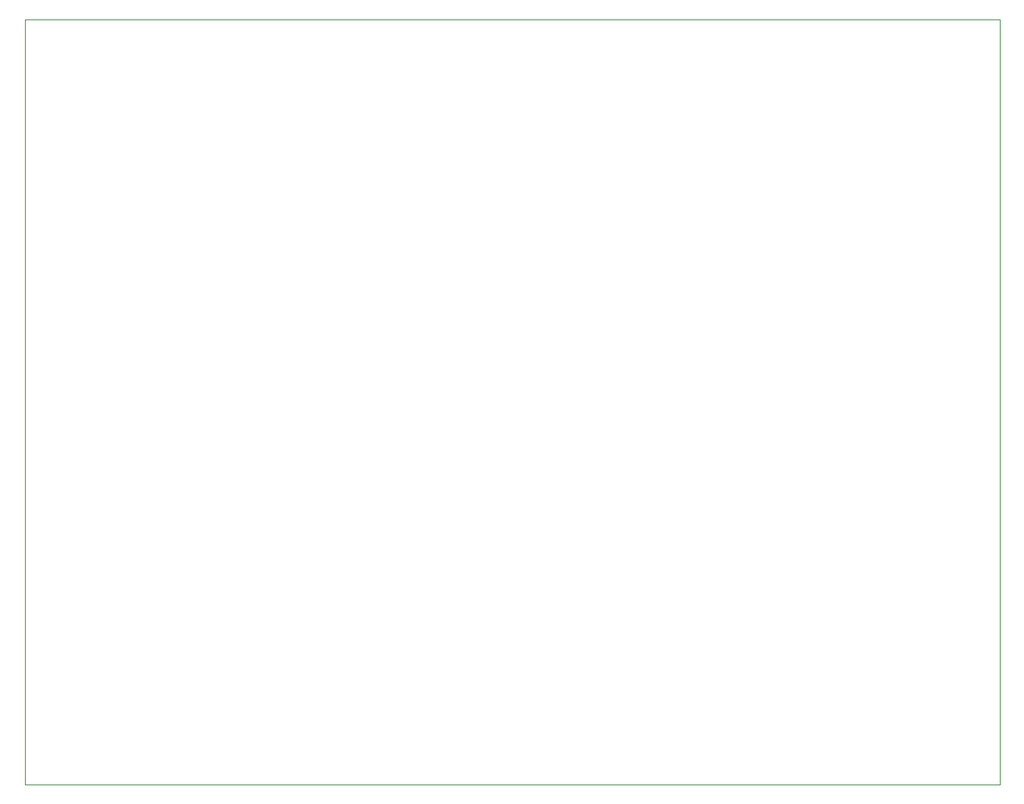
<source format=gbr>
%TF.GenerationSoftware,KiCad,Pcbnew,(6.0.0)*%
%TF.CreationDate,2022-10-01T22:44:24+02:00*%
%TF.ProjectId,012-Amesis-ColdSartE85,3031322d-416d-4657-9369-732d436f6c64,v0.01_Golf 1.6L 16v *%
%TF.SameCoordinates,Original*%
%TF.FileFunction,Profile,NP*%
%FSLAX46Y46*%
G04 Gerber Fmt 4.6, Leading zero omitted, Abs format (unit mm)*
G04 Created by KiCad (PCBNEW (6.0.0)) date 2022-10-01 22:44:24*
%MOMM*%
%LPD*%
G01*
G04 APERTURE LIST*
%TA.AperFunction,Profile*%
%ADD10C,0.100000*%
%TD*%
G04 APERTURE END LIST*
D10*
X89966800Y-99065000D02*
X195788200Y-99065000D01*
X195788200Y-99065000D02*
X195788200Y-15900400D01*
X195788200Y-15900400D02*
X89966800Y-15900400D01*
X89966800Y-15900400D02*
X89966800Y-99065000D01*
M02*

</source>
